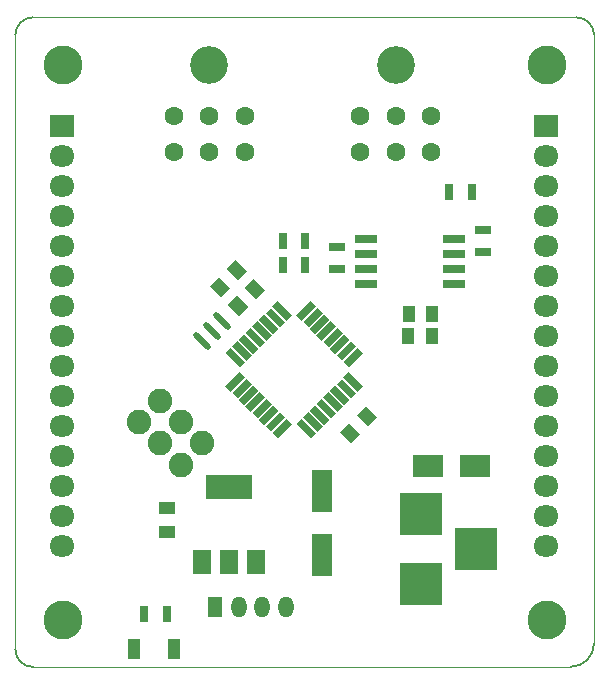
<source format=gts>
%TF.GenerationSoftware,KiCad,Pcbnew,5.1.5+dfsg1-2build2*%
%TF.CreationDate,2021-01-07T13:42:11+01:00*%
%TF.ProjectId,BasicAtmega328,42617369-6341-4746-9d65-67613332382e,rev?*%
%TF.SameCoordinates,Original*%
%TF.FileFunction,Soldermask,Top*%
%TF.FilePolarity,Negative*%
%FSLAX46Y46*%
G04 Gerber Fmt 4.6, Leading zero omitted, Abs format (unit mm)*
G04 Created by KiCad (PCBNEW 5.1.5+dfsg1-2build2) date 2021-01-07 13:42:11*
%MOMM*%
%LPD*%
G04 APERTURE LIST*
%ADD10C,0.127000*%
%ADD11C,0.100000*%
%ADD12R,1.300000X1.800000*%
%ADD13O,1.300000X1.800000*%
%ADD14C,3.300000*%
%ADD15C,0.549580*%
%ADD16R,1.700000X3.600000*%
%ADD17R,1.350000X1.100000*%
%ADD18R,1.100000X1.350000*%
%ADD19R,2.600000X1.900000*%
%ADD20R,3.600000X3.600000*%
%ADD21C,2.082800*%
%ADD22O,2.132000X1.827200*%
%ADD23R,2.132000X1.827200*%
%ADD24C,1.600000*%
%ADD25C,3.200000*%
%ADD26R,0.800000X1.400000*%
%ADD27R,1.400000X0.800000*%
%ADD28R,1.000000X1.800000*%
%ADD29R,3.900000X2.100000*%
%ADD30R,1.600000X2.100000*%
%ADD31R,1.850000X0.650000*%
G04 APERTURE END LIST*
D10*
X86000000Y-110006900D02*
G75*
G02X84493100Y-108500000I0J1506900D01*
G01*
X133500000Y-108000000D02*
G75*
G02X131500000Y-110000000I-2000000J0D01*
G01*
X84500000Y-56500000D02*
G75*
G02X86000000Y-55000000I1500000J0D01*
G01*
X132000000Y-55000000D02*
G75*
G02X133500000Y-56500000I0J-1500000D01*
G01*
D11*
X133500000Y-56500000D02*
X133500000Y-108000000D01*
X86000000Y-55000000D02*
X132000000Y-55000000D01*
X84493100Y-108500000D02*
X84500000Y-56500000D01*
X131500000Y-110000000D02*
X86000000Y-110006900D01*
D12*
X101396800Y-104902000D03*
D13*
X103396800Y-104902000D03*
X105396800Y-104902000D03*
X107396800Y-104902000D03*
D14*
X88500000Y-106000000D03*
X129500000Y-106000000D03*
X129500000Y-59000000D03*
X88500000Y-59000000D03*
D15*
X99818595Y-81879867D02*
X100847733Y-82909005D01*
X100666331Y-81032131D02*
X101695469Y-82061269D01*
X101514067Y-80184395D02*
X102543205Y-81213533D01*
D16*
X110490000Y-95115400D03*
X110490000Y-100515400D03*
D10*
G36*
X103432381Y-80275213D02*
G01*
X102477787Y-79320619D01*
X103255605Y-78542801D01*
X104210199Y-79497395D01*
X103432381Y-80275213D01*
G37*
G36*
X104846595Y-78860999D02*
G01*
X103892001Y-77906405D01*
X104669819Y-77128587D01*
X105624413Y-78083181D01*
X104846595Y-78860999D01*
G37*
G36*
X101895681Y-78700413D02*
G01*
X100941087Y-77745819D01*
X101718905Y-76968001D01*
X102673499Y-77922595D01*
X101895681Y-78700413D01*
G37*
G36*
X103309895Y-77286199D02*
G01*
X102355301Y-76331605D01*
X103133119Y-75553787D01*
X104087713Y-76508381D01*
X103309895Y-77286199D01*
G37*
G36*
X114358895Y-89630599D02*
G01*
X113404301Y-88676005D01*
X114182119Y-87898187D01*
X115136713Y-88852781D01*
X114358895Y-89630599D01*
G37*
G36*
X112944681Y-91044813D02*
G01*
X111990087Y-90090219D01*
X112767905Y-89312401D01*
X113722499Y-90266995D01*
X112944681Y-91044813D01*
G37*
D17*
X97332800Y-98574100D03*
X97332800Y-96574100D03*
D18*
X117783100Y-81978500D03*
X119783100Y-81978500D03*
X119808500Y-80098900D03*
X117808500Y-80098900D03*
D19*
X123450100Y-93014800D03*
X119450100Y-93014800D03*
D20*
X118821200Y-97015300D03*
X118821200Y-103015300D03*
X123521200Y-100015300D03*
D21*
X94945200Y-89281000D03*
X96741251Y-87484949D03*
X96741251Y-91077051D03*
X98537302Y-89281000D03*
X98537302Y-92873102D03*
X100333354Y-91077051D03*
D22*
X88417400Y-99758500D03*
X88417400Y-97218500D03*
X88417400Y-94678500D03*
X88417400Y-92138500D03*
X88417400Y-89598500D03*
X88417400Y-87058500D03*
X88417400Y-84518500D03*
X88417400Y-81978500D03*
X88417400Y-79438500D03*
X88417400Y-76898500D03*
X88417400Y-74358500D03*
X88417400Y-71818500D03*
X88417400Y-69278500D03*
X88417400Y-66738500D03*
D23*
X88417400Y-64198500D03*
D24*
X113715800Y-63373000D03*
X113715800Y-66373000D03*
X116715800Y-66373000D03*
X116715800Y-63373000D03*
X119715800Y-66373000D03*
X119715800Y-63373000D03*
D25*
X116715800Y-59053000D03*
X100904300Y-59053000D03*
D24*
X103904300Y-63373000D03*
X103904300Y-66373000D03*
X100904300Y-63373000D03*
X100904300Y-66373000D03*
X97904300Y-66373000D03*
X97904300Y-63373000D03*
D23*
X129438400Y-64198500D03*
D22*
X129438400Y-66738500D03*
X129438400Y-69278500D03*
X129438400Y-71818500D03*
X129438400Y-74358500D03*
X129438400Y-76898500D03*
X129438400Y-79438500D03*
X129438400Y-81978500D03*
X129438400Y-84518500D03*
X129438400Y-87058500D03*
X129438400Y-89598500D03*
X129438400Y-92138500D03*
X129438400Y-94678500D03*
X129438400Y-97218500D03*
X129438400Y-99758500D03*
D26*
X107139700Y-73977500D03*
X109039700Y-73977500D03*
X109027000Y-75933300D03*
X107127000Y-75933300D03*
X97330300Y-105549700D03*
X95430300Y-105549700D03*
D27*
X124053600Y-72989400D03*
X124053600Y-74889400D03*
D26*
X121249400Y-69824600D03*
X123149400Y-69824600D03*
D27*
X111734600Y-74411800D03*
X111734600Y-76311800D03*
D28*
X97940600Y-108445300D03*
X94540600Y-108445300D03*
D29*
X102565200Y-94779700D03*
D30*
X102565200Y-101079700D03*
X104865200Y-101079700D03*
X100265200Y-101079700D03*
D10*
G36*
X106246245Y-79479666D02*
G01*
X106705864Y-79020047D01*
X107907945Y-80222128D01*
X107448326Y-80681747D01*
X106246245Y-79479666D01*
G37*
G36*
X105680560Y-80045352D02*
G01*
X106140179Y-79585733D01*
X107342260Y-80787814D01*
X106882641Y-81247433D01*
X105680560Y-80045352D01*
G37*
G36*
X105114874Y-80611037D02*
G01*
X105574493Y-80151418D01*
X106776574Y-81353499D01*
X106316955Y-81813118D01*
X105114874Y-80611037D01*
G37*
G36*
X104549189Y-81176722D02*
G01*
X105008808Y-80717103D01*
X106210889Y-81919184D01*
X105751270Y-82378803D01*
X104549189Y-81176722D01*
G37*
G36*
X103983503Y-81742408D02*
G01*
X104443122Y-81282789D01*
X105645203Y-82484870D01*
X105185584Y-82944489D01*
X103983503Y-81742408D01*
G37*
G36*
X103417818Y-82308093D02*
G01*
X103877437Y-81848474D01*
X105079518Y-83050555D01*
X104619899Y-83510174D01*
X103417818Y-82308093D01*
G37*
G36*
X102852133Y-82873779D02*
G01*
X103311752Y-82414160D01*
X104513833Y-83616241D01*
X104054214Y-84075860D01*
X102852133Y-82873779D01*
G37*
G36*
X102286447Y-83439464D02*
G01*
X102746066Y-82979845D01*
X103948147Y-84181926D01*
X103488528Y-84641545D01*
X102286447Y-83439464D01*
G37*
G36*
X102746066Y-86692155D02*
G01*
X102286447Y-86232536D01*
X103488528Y-85030455D01*
X103948147Y-85490074D01*
X102746066Y-86692155D01*
G37*
G36*
X103311752Y-87257840D02*
G01*
X102852133Y-86798221D01*
X104054214Y-85596140D01*
X104513833Y-86055759D01*
X103311752Y-87257840D01*
G37*
G36*
X103877437Y-87823526D02*
G01*
X103417818Y-87363907D01*
X104619899Y-86161826D01*
X105079518Y-86621445D01*
X103877437Y-87823526D01*
G37*
G36*
X104443122Y-88389211D02*
G01*
X103983503Y-87929592D01*
X105185584Y-86727511D01*
X105645203Y-87187130D01*
X104443122Y-88389211D01*
G37*
G36*
X105008808Y-88954897D02*
G01*
X104549189Y-88495278D01*
X105751270Y-87293197D01*
X106210889Y-87752816D01*
X105008808Y-88954897D01*
G37*
G36*
X105574493Y-89520582D02*
G01*
X105114874Y-89060963D01*
X106316955Y-87858882D01*
X106776574Y-88318501D01*
X105574493Y-89520582D01*
G37*
G36*
X106140179Y-90086267D02*
G01*
X105680560Y-89626648D01*
X106882641Y-88424567D01*
X107342260Y-88884186D01*
X106140179Y-90086267D01*
G37*
G36*
X106705864Y-90651953D02*
G01*
X106246245Y-90192334D01*
X107448326Y-88990253D01*
X107907945Y-89449872D01*
X106705864Y-90651953D01*
G37*
G36*
X108296855Y-89449872D02*
G01*
X108756474Y-88990253D01*
X109958555Y-90192334D01*
X109498936Y-90651953D01*
X108296855Y-89449872D01*
G37*
G36*
X108862540Y-88884186D02*
G01*
X109322159Y-88424567D01*
X110524240Y-89626648D01*
X110064621Y-90086267D01*
X108862540Y-88884186D01*
G37*
G36*
X109428226Y-88318501D02*
G01*
X109887845Y-87858882D01*
X111089926Y-89060963D01*
X110630307Y-89520582D01*
X109428226Y-88318501D01*
G37*
G36*
X109993911Y-87752816D02*
G01*
X110453530Y-87293197D01*
X111655611Y-88495278D01*
X111195992Y-88954897D01*
X109993911Y-87752816D01*
G37*
G36*
X110559597Y-87187130D02*
G01*
X111019216Y-86727511D01*
X112221297Y-87929592D01*
X111761678Y-88389211D01*
X110559597Y-87187130D01*
G37*
G36*
X111125282Y-86621445D02*
G01*
X111584901Y-86161826D01*
X112786982Y-87363907D01*
X112327363Y-87823526D01*
X111125282Y-86621445D01*
G37*
G36*
X111690967Y-86055759D02*
G01*
X112150586Y-85596140D01*
X113352667Y-86798221D01*
X112893048Y-87257840D01*
X111690967Y-86055759D01*
G37*
G36*
X112256653Y-85490074D02*
G01*
X112716272Y-85030455D01*
X113918353Y-86232536D01*
X113458734Y-86692155D01*
X112256653Y-85490074D01*
G37*
G36*
X112716272Y-84641545D02*
G01*
X112256653Y-84181926D01*
X113458734Y-82979845D01*
X113918353Y-83439464D01*
X112716272Y-84641545D01*
G37*
G36*
X112150586Y-84075860D02*
G01*
X111690967Y-83616241D01*
X112893048Y-82414160D01*
X113352667Y-82873779D01*
X112150586Y-84075860D01*
G37*
G36*
X111584901Y-83510174D02*
G01*
X111125282Y-83050555D01*
X112327363Y-81848474D01*
X112786982Y-82308093D01*
X111584901Y-83510174D01*
G37*
G36*
X111019216Y-82944489D02*
G01*
X110559597Y-82484870D01*
X111761678Y-81282789D01*
X112221297Y-81742408D01*
X111019216Y-82944489D01*
G37*
G36*
X110453530Y-82378803D02*
G01*
X109993911Y-81919184D01*
X111195992Y-80717103D01*
X111655611Y-81176722D01*
X110453530Y-82378803D01*
G37*
G36*
X109887845Y-81813118D02*
G01*
X109428226Y-81353499D01*
X110630307Y-80151418D01*
X111089926Y-80611037D01*
X109887845Y-81813118D01*
G37*
G36*
X109322159Y-81247433D02*
G01*
X108862540Y-80787814D01*
X110064621Y-79585733D01*
X110524240Y-80045352D01*
X109322159Y-81247433D01*
G37*
G36*
X108756474Y-80681747D02*
G01*
X108296855Y-80222128D01*
X109498936Y-79020047D01*
X109958555Y-79479666D01*
X108756474Y-80681747D01*
G37*
D31*
X121619500Y-77584300D03*
X121619500Y-76314300D03*
X121619500Y-75044300D03*
X121619500Y-73774300D03*
X114219500Y-73774300D03*
X114219500Y-75044300D03*
X114219500Y-76314300D03*
X114219500Y-77584300D03*
M02*

</source>
